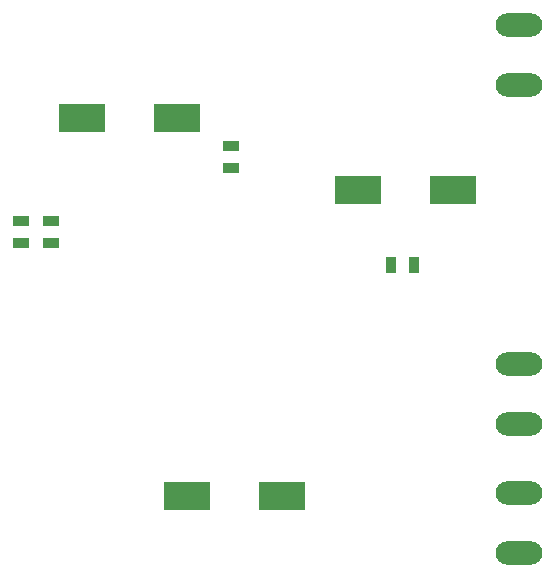
<source format=gbp>
G04 (created by PCBNEW (2013-mar-13)-testing) date czw, 7 sie 2014, 20:04:06*
%MOIN*%
G04 Gerber Fmt 3.4, Leading zero omitted, Abs format*
%FSLAX34Y34*%
G01*
G70*
G90*
G04 APERTURE LIST*
%ADD10C,0.005906*%
%ADD11R,0.035000X0.055000*%
%ADD12R,0.157500X0.094500*%
%ADD13O,0.156000X0.078000*%
%ADD14R,0.055000X0.035000*%
G04 APERTURE END LIST*
G54D10*
G54D11*
X13667Y-9077D03*
X12917Y-9077D03*
G54D12*
X9267Y-16777D03*
X6117Y-16777D03*
X5767Y-4177D03*
X2617Y-4177D03*
X14967Y-6577D03*
X11817Y-6577D03*
G54D13*
X17192Y-16687D03*
X17192Y-18657D03*
X17192Y-1087D03*
X17192Y-3057D03*
X17192Y-12387D03*
X17192Y-14357D03*
G54D14*
X592Y-8352D03*
X592Y-7602D03*
X1592Y-8352D03*
X1592Y-7602D03*
X7592Y-5102D03*
X7592Y-5852D03*
M02*

</source>
